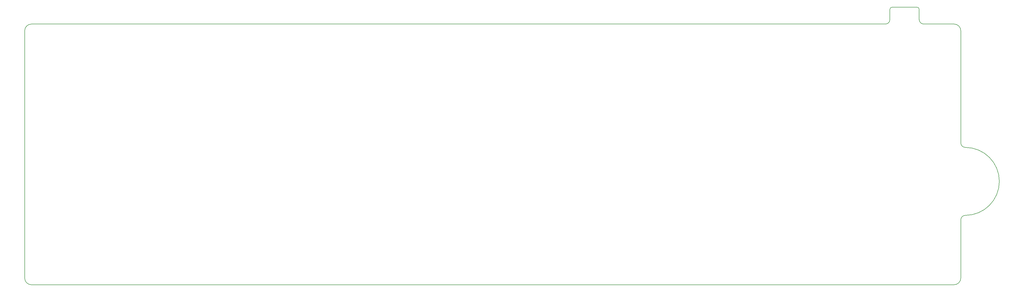
<source format=gbr>
%TF.GenerationSoftware,KiCad,Pcbnew,9.0.2*%
%TF.CreationDate,2025-09-10T16:53:27+09:00*%
%TF.ProjectId,CL70_PCB,434c3730-5f50-4434-922e-6b696361645f,rev?*%
%TF.SameCoordinates,Original*%
%TF.FileFunction,Profile,NP*%
%FSLAX46Y46*%
G04 Gerber Fmt 4.6, Leading zero omitted, Abs format (unit mm)*
G04 Created by KiCad (PCBNEW 9.0.2) date 2025-09-10 16:53:27*
%MOMM*%
%LPD*%
G01*
G04 APERTURE LIST*
%TA.AperFunction,Profile*%
%ADD10C,0.200000*%
%TD*%
G04 APERTURE END LIST*
D10*
X371475000Y-146750000D02*
G75*
G02*
X371475000Y-170750000I0J-12000000D01*
G01*
X354421762Y-97210700D02*
G75*
G02*
X355215600Y-98004492I38J-793800D01*
G01*
X39687500Y-192881250D02*
X39687500Y-105568812D01*
X344871950Y-98004592D02*
G75*
G02*
X345665762Y-97210750I793750J92D01*
G01*
X39687500Y-105568812D02*
G75*
G02*
X42068812Y-103187500I2381300J12D01*
G01*
X369887500Y-192881292D02*
G75*
G02*
X367506250Y-195262500I-2381200J-8D01*
G01*
X345665762Y-97210700D02*
X354421762Y-97210700D01*
X344871950Y-101599992D02*
G75*
G02*
X343284450Y-103187550I-1587550J-8D01*
G01*
X343284450Y-103187500D02*
X42068812Y-103187500D01*
X369887500Y-172337492D02*
X369887500Y-192881292D01*
X356803062Y-103187500D02*
G75*
G02*
X355215600Y-101599992I38J1587500D01*
G01*
X367506262Y-103187500D02*
G75*
G02*
X369887500Y-105568750I38J-2381200D01*
G01*
X371475000Y-146750000D02*
G75*
G02*
X369887500Y-145162500I-100J1587400D01*
G01*
X344871950Y-101599992D02*
X344871950Y-98004592D01*
X42068762Y-195262500D02*
X367506250Y-195262500D01*
X355215550Y-98004492D02*
X355215550Y-101599992D01*
X42068762Y-195262500D02*
G75*
G02*
X39687500Y-192881250I38J2381300D01*
G01*
X369887500Y-172337492D02*
G75*
G02*
X371475000Y-170750000I1587500J-8D01*
G01*
X367506262Y-103187500D02*
X356803062Y-103187500D01*
X369887500Y-105568750D02*
X369887500Y-145162500D01*
M02*

</source>
